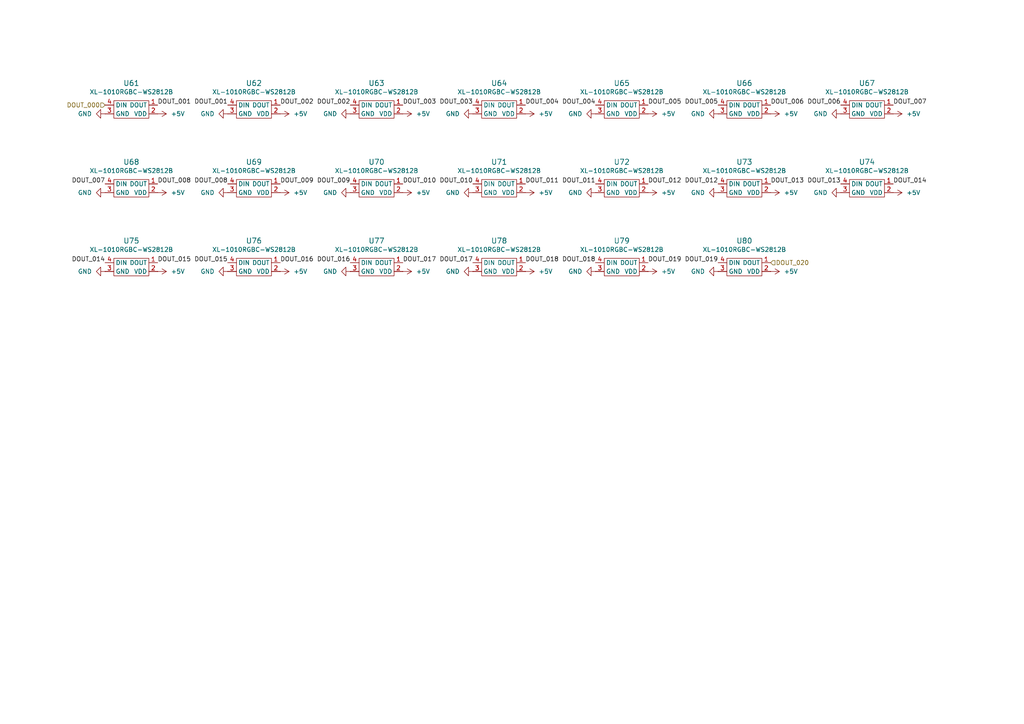
<source format=kicad_sch>
(kicad_sch (version 20250114) (generator "eeschema") (generator_version "9.0")
  (paper "A4")
  (lib_symbols
    (symbol "SK6805-EC10-000:SK6805_EC10-000"
      (property "Reference" "U" (at -2.54 3.556 0))
      (property "Value" "XL-1010RGBC-WS2812B" (at 1.016 -3.81 0))
      (symbol "SK6805_EC10-000_1_1"
        (rectangle (start -5.08 2.54) (end 5.08 -2.54))
        (pin passive line (at -7.62 1.27 0) (length 2.54) (name "DIN") (number "4"))
        (pin passive line (at -7.62 -1.27 0) (length 2.54) (name "GND") (number "3"))
        (pin passive line (at 7.62 1.27 180) (length 2.54) (name "DOUT") (number "1"))
        (pin passive line (at 7.62 -1.27 180) (length 2.54) (name "VDD") (number "2"))
      )
    )
    (symbol "power:+5V" (power) (pin_numbers (hide yes)) (pin_names (offset 0) (hide yes))
      (property "Value" "+5V" (at 0 3.556 0))
      (symbol "+5V_0_1"
        (polyline (pts (xy -0.762 1.27) (xy 0 2.54)))
        (polyline (pts (xy 0 2.54) (xy 0.762 1.27)))
        (polyline (pts (xy 0 0) (xy 0 2.54)))
      )
      (symbol "+5V_1_1"
        (pin power_in line (at 0 0 90) (length 0) (name "~") (number "1"))
      )
    )
    (symbol "power:GND" (power) (pin_numbers (hide yes)) (pin_names (offset 0) (hide yes))
      (property "Value" "GND" (at 0 -3.81 0))
      (symbol "GND_0_1"
        (polyline (pts (xy 0 0) (xy 0 -1.27) (xy 1.27 -1.27) (xy 0 -2.54) (xy -1.27 -1.27) (xy 0 -1.27)))
      )
      (symbol "GND_1_1"
        (pin power_in line (at 0 0 270) (length 0) (name "~") (number "1"))
      )
    )
  )
  (label "DOUT_003" (at 137.16 30.48 180))
  (label "DOUT_015" (at 66.04 76.2 180))
  (label "DOUT_002" (at 101.6 30.48 180))
  (label "DOUT_012" (at 208.28 53.34 180))
  (label "DOUT_010" (at 137.16 53.34 180))
  (label "DOUT_007" (at 30.48 53.34 180))
  (label "DOUT_016" (at 81.28 76.2 0))
  (label "DOUT_019" (at 208.28 76.2 180))
  (label "DOUT_009" (at 101.6 53.34 180))
  (label "DOUT_005" (at 208.28 30.48 180))
  (label "DOUT_011" (at 172.72 53.34 180))
  (label "DOUT_006" (at 243.84 30.48 180))
  (label "DOUT_004" (at 152.4 30.48 0))
  (label "DOUT_018" (at 172.72 76.2 180))
  (label "DOUT_017" (at 116.84 76.2 0))
  (label "DOUT_012" (at 187.96 53.34 0))
  (label "DOUT_013" (at 243.84 53.34 180))
  (label "DOUT_014" (at 30.48 76.2 180))
  (label "DOUT_019" (at 187.96 76.2 0))
  (label "DOUT_016" (at 101.6 76.2 180))
  (label "DOUT_007" (at 259.08 30.48 0))
  (label "DOUT_014" (at 259.08 53.34 0))
  (label "DOUT_010" (at 116.84 53.34 0))
  (label "DOUT_011" (at 152.4 53.34 0))
  (label "DOUT_003" (at 116.84 30.48 0))
  (label "DOUT_013" (at 223.52 53.34 0))
  (label "DOUT_018" (at 152.4 76.2 0))
  (label "DOUT_005" (at 187.96 30.48 0))
  (label "DOUT_001" (at 66.04 30.48 180))
  (label "DOUT_002" (at 81.28 30.48 0))
  (label "DOUT_008" (at 66.04 53.34 180))
  (label "DOUT_015" (at 45.72 76.2 0))
  (label "DOUT_006" (at 223.52 30.48 0))
  (label "DOUT_009" (at 81.28 53.34 0))
  (label "DOUT_008" (at 45.72 53.34 0))
  (label "DOUT_004" (at 172.72 30.48 180))
  (label "DOUT_001" (at 45.72 30.48 0))
  (label "DOUT_017" (at 137.16 76.2 180))
  (hierarchical_label "DOUT_000" (shape input) (at 30.48 30.48 180))
  (hierarchical_label "DOUT_020" (shape input) (at 223.52 76.2 0))
  (symbol (lib_id "power:+5V") (at 45.72 33.02 270) (unit 1)
    (property "Reference" "#PWR250" (effects (hide yes)))
    (property "Value" "+5V" (at 49.53 33.0201 90) (effects (justify left)))
    (property "Description" "Power symbol creates a global label with name \"+5V\"" (effects (hide yes)))
  )
  (symbol (lib_id "power:+5V") (at 187.96 33.02 270) (unit 1)
    (property "Reference" "#PWR298" (effects (hide yes)))
    (property "Value" "+5V" (at 191.77 33.0201 90) (effects (justify left)))
    (property "Description" "Power symbol creates a global label with name \"+5V\"" (effects (hide yes)))
  )
  (symbol (lib_id "power:+5V") (at 116.84 78.74 270) (unit 1)
    (property "Reference" "#PWR276" (effects (hide yes)))
    (property "Value" "+5V" (at 120.65 78.7401 90) (effects (justify left)))
    (property "Description" "Power symbol creates a global label with name \"+5V\"" (effects (hide yes)))
  )
  (symbol (lib_id "power:GND") (at 66.04 55.88 270) (unit 1)
    (property "Reference" "#PWR254" (effects (hide yes)))
    (property "Value" "GND" (at 62.23 55.8799 90) (effects (justify right)))
    (property "Description" "Power symbol creates a global label with name \"GND\" , ground" (effects (hide yes)))
  )
  (symbol (lib_id "SK6805-EC10-000:SK6805_EC10-000") (at 73.66 77.47 0) (unit 1)
    (property "Reference" "U76" (at 73.66 69.85 0) (effects (font (size 1.524 1.524))))
    (property "Value" "XL-1010RGBC-WS2812B" (at 73.66 72.39 0))
    (property "Footprint" "SK6805-EC10-000:SMD-4P,1.1x1.1mm" (effects (hide yes)))
    (property "Datasheet" "4492" (effects (hide yes)))
    (property "LCSC" "C5349953" (effects (hide yes)))
  )
  (symbol (lib_id "SK6805-EC10-000:SK6805_EC10-000") (at 38.1 77.47 0) (unit 1)
    (property "Reference" "U75" (at 38.1 69.85 0) (effects (font (size 1.524 1.524))))
    (property "Value" "XL-1010RGBC-WS2812B" (at 38.1 72.39 0))
    (property "Footprint" "SK6805-EC10-000:SMD-4P,1.1x1.1mm" (effects (hide yes)))
    (property "Datasheet" "4492" (effects (hide yes)))
    (property "LCSC" "C5349953" (effects (hide yes)))
  )
  (symbol (lib_id "power:GND") (at 137.16 78.74 270) (unit 1)
    (property "Reference" "#PWR279" (effects (hide yes)))
    (property "Value" "GND" (at 133.35 78.7399 90) (effects (justify right)))
    (property "Description" "Power symbol creates a global label with name \"GND\" , ground" (effects (hide yes)))
  )
  (symbol (lib_id "SK6805-EC10-000:SK6805_EC10-000") (at 180.34 54.61 0) (unit 1)
    (property "Reference" "U72" (at 180.34 46.99 0) (effects (font (size 1.524 1.524))))
    (property "Value" "XL-1010RGBC-WS2812B" (at 180.34 49.53 0))
    (property "Footprint" "SK6805-EC10-000:SMD-4P,1.1x1.1mm" (effects (hide yes)))
    (property "Datasheet" "4492" (effects (hide yes)))
    (property "LCSC" "C5349953" (effects (hide yes)))
  )
  (symbol (lib_id "power:GND") (at 101.6 55.88 270) (unit 1)
    (property "Reference" "#PWR266" (effects (hide yes)))
    (property "Value" "GND" (at 97.79 55.8799 90) (effects (justify right)))
    (property "Description" "Power symbol creates a global label with name \"GND\" , ground" (effects (hide yes)))
  )
  (symbol (lib_id "power:GND") (at 243.84 33.02 270) (unit 1)
    (property "Reference" "#PWR313" (effects (hide yes)))
    (property "Value" "GND" (at 240.03 33.0199 90) (effects (justify right)))
    (property "Description" "Power symbol creates a global label with name \"GND\" , ground" (effects (hide yes)))
  )
  (symbol (lib_id "power:+5V") (at 45.72 55.88 270) (unit 1)
    (property "Reference" "#PWR251" (effects (hide yes)))
    (property "Value" "+5V" (at 49.53 55.8801 90) (effects (justify left)))
    (property "Description" "Power symbol creates a global label with name \"+5V\"" (effects (hide yes)))
  )
  (symbol (lib_id "SK6805-EC10-000:SK6805_EC10-000") (at 144.78 77.47 0) (unit 1)
    (property "Reference" "U78" (at 144.78 69.85 0) (effects (font (size 1.524 1.524))))
    (property "Value" "XL-1010RGBC-WS2812B" (at 144.78 72.39 0))
    (property "Footprint" "SK6805-EC10-000:SMD-4P,1.1x1.1mm" (effects (hide yes)))
    (property "Datasheet" "4492" (effects (hide yes)))
    (property "LCSC" "C5349953" (effects (hide yes)))
  )
  (symbol (lib_id "power:+5V") (at 116.84 55.88 270) (unit 1)
    (property "Reference" "#PWR275" (effects (hide yes)))
    (property "Value" "+5V" (at 120.65 55.8801 90) (effects (justify left)))
    (property "Description" "Power symbol creates a global label with name \"+5V\"" (effects (hide yes)))
  )
  (symbol (lib_id "SK6805-EC10-000:SK6805_EC10-000") (at 73.66 31.75 0) (unit 1)
    (property "Reference" "U62" (at 73.66 24.13 0) (effects (font (size 1.524 1.524))))
    (property "Value" "XL-1010RGBC-WS2812B" (at 73.66 26.67 0))
    (property "Footprint" "SK6805-EC10-000:SMD-4P,1.1x1.1mm" (effects (hide yes)))
    (property "Datasheet" "4492" (effects (hide yes)))
    (property "LCSC" "C5349953" (effects (hide yes)))
  )
  (symbol (lib_id "power:+5V") (at 45.72 78.74 270) (unit 1)
    (property "Reference" "#PWR252" (effects (hide yes)))
    (property "Value" "+5V" (at 49.53 78.7401 90) (effects (justify left)))
    (property "Description" "Power symbol creates a global label with name \"+5V\"" (effects (hide yes)))
  )
  (symbol (lib_id "power:+5V") (at 223.52 78.74 270) (unit 1)
    (property "Reference" "#PWR312" (effects (hide yes)))
    (property "Value" "+5V" (at 227.33 78.7401 90) (effects (justify left)))
    (property "Description" "Power symbol creates a global label with name \"+5V\"" (effects (hide yes)))
  )
  (symbol (lib_id "SK6805-EC10-000:SK6805_EC10-000") (at 109.22 31.75 0) (unit 1)
    (property "Reference" "U63" (at 109.22 24.13 0) (effects (font (size 1.524 1.524))))
    (property "Value" "XL-1010RGBC-WS2812B" (at 109.22 26.67 0))
    (property "Footprint" "SK6805-EC10-000:SMD-4P,1.1x1.1mm" (effects (hide yes)))
    (property "Datasheet" "4492" (effects (hide yes)))
    (property "LCSC" "C5349953" (effects (hide yes)))
  )
  (symbol (lib_id "power:GND") (at 208.28 78.74 270) (unit 1)
    (property "Reference" "#PWR303" (effects (hide yes)))
    (property "Value" "GND" (at 204.47 78.7399 90) (effects (justify right)))
    (property "Description" "Power symbol creates a global label with name \"GND\" , ground" (effects (hide yes)))
  )
  (symbol (lib_id "SK6805-EC10-000:SK6805_EC10-000") (at 215.9 31.75 0) (unit 1)
    (property "Reference" "U66" (at 215.9 24.13 0) (effects (font (size 1.524 1.524))))
    (property "Value" "XL-1010RGBC-WS2812B" (at 215.9 26.67 0))
    (property "Footprint" "SK6805-EC10-000:SMD-4P,1.1x1.1mm" (effects (hide yes)))
    (property "Datasheet" "4492" (effects (hide yes)))
    (property "LCSC" "C5349953" (effects (hide yes)))
  )
  (symbol (lib_id "power:GND") (at 208.28 33.02 270) (unit 1)
    (property "Reference" "#PWR301" (effects (hide yes)))
    (property "Value" "GND" (at 204.47 33.0199 90) (effects (justify right)))
    (property "Description" "Power symbol creates a global label with name \"GND\" , ground" (effects (hide yes)))
  )
  (symbol (lib_id "power:+5V") (at 81.28 78.74 270) (unit 1)
    (property "Reference" "#PWR264" (effects (hide yes)))
    (property "Value" "+5V" (at 85.09 78.7401 90) (effects (justify left)))
    (property "Description" "Power symbol creates a global label with name \"+5V\"" (effects (hide yes)))
  )
  (symbol (lib_id "power:GND") (at 243.84 55.88 270) (unit 1)
    (property "Reference" "#PWR314" (effects (hide yes)))
    (property "Value" "GND" (at 240.03 55.8799 90) (effects (justify right)))
    (property "Description" "Power symbol creates a global label with name \"GND\" , ground" (effects (hide yes)))
  )
  (symbol (lib_id "SK6805-EC10-000:SK6805_EC10-000") (at 109.22 77.47 0) (unit 1)
    (property "Reference" "U77" (at 109.22 69.85 0) (effects (font (size 1.524 1.524))))
    (property "Value" "XL-1010RGBC-WS2812B" (at 109.22 72.39 0))
    (property "Footprint" "SK6805-EC10-000:SMD-4P,1.1x1.1mm" (effects (hide yes)))
    (property "Datasheet" "4492" (effects (hide yes)))
    (property "LCSC" "C5349953" (effects (hide yes)))
  )
  (symbol (lib_id "power:GND") (at 101.6 78.74 270) (unit 1)
    (property "Reference" "#PWR267" (effects (hide yes)))
    (property "Value" "GND" (at 97.79 78.7399 90) (effects (justify right)))
    (property "Description" "Power symbol creates a global label with name \"GND\" , ground" (effects (hide yes)))
  )
  (symbol (lib_id "SK6805-EC10-000:SK6805_EC10-000") (at 109.22 54.61 0) (unit 1)
    (property "Reference" "U70" (at 109.22 46.99 0) (effects (font (size 1.524 1.524))))
    (property "Value" "XL-1010RGBC-WS2812B" (at 109.22 49.53 0))
    (property "Footprint" "SK6805-EC10-000:SMD-4P,1.1x1.1mm" (effects (hide yes)))
    (property "Datasheet" "4492" (effects (hide yes)))
    (property "LCSC" "C5349953" (effects (hide yes)))
  )
  (symbol (lib_id "power:GND") (at 137.16 55.88 270) (unit 1)
    (property "Reference" "#PWR278" (effects (hide yes)))
    (property "Value" "GND" (at 133.35 55.8799 90) (effects (justify right)))
    (property "Description" "Power symbol creates a global label with name \"GND\" , ground" (effects (hide yes)))
  )
  (symbol (lib_id "SK6805-EC10-000:SK6805_EC10-000") (at 144.78 54.61 0) (unit 1)
    (property "Reference" "U71" (at 144.78 46.99 0) (effects (font (size 1.524 1.524))))
    (property "Value" "XL-1010RGBC-WS2812B" (at 144.78 49.53 0))
    (property "Footprint" "SK6805-EC10-000:SMD-4P,1.1x1.1mm" (effects (hide yes)))
    (property "Datasheet" "4492" (effects (hide yes)))
    (property "LCSC" "C5349953" (effects (hide yes)))
  )
  (symbol (lib_id "SK6805-EC10-000:SK6805_EC10-000") (at 144.78 31.75 0) (unit 1)
    (property "Reference" "U64" (at 144.78 24.13 0) (effects (font (size 1.524 1.524))))
    (property "Value" "XL-1010RGBC-WS2812B" (at 144.78 26.67 0))
    (property "Footprint" "SK6805-EC10-000:SMD-4P,1.1x1.1mm" (effects (hide yes)))
    (property "Datasheet" "4492" (effects (hide yes)))
    (property "LCSC" "C5349953" (effects (hide yes)))
  )
  (symbol (lib_id "power:+5V") (at 152.4 55.88 270) (unit 1)
    (property "Reference" "#PWR287" (effects (hide yes)))
    (property "Value" "+5V" (at 156.21 55.8801 90) (effects (justify left)))
    (property "Description" "Power symbol creates a global label with name \"+5V\"" (effects (hide yes)))
  )
  (symbol (lib_id "power:GND") (at 172.72 33.02 270) (unit 1)
    (property "Reference" "#PWR289" (effects (hide yes)))
    (property "Value" "GND" (at 168.91 33.0199 90) (effects (justify right)))
    (property "Description" "Power symbol creates a global label with name \"GND\" , ground" (effects (hide yes)))
  )
  (symbol (lib_id "power:GND") (at 172.72 55.88 270) (unit 1)
    (property "Reference" "#PWR290" (effects (hide yes)))
    (property "Value" "GND" (at 168.91 55.8799 90) (effects (justify right)))
    (property "Description" "Power symbol creates a global label with name \"GND\" , ground" (effects (hide yes)))
  )
  (symbol (lib_id "SK6805-EC10-000:SK6805_EC10-000") (at 38.1 54.61 0) (unit 1)
    (property "Reference" "U68" (at 38.1 46.99 0) (effects (font (size 1.524 1.524))))
    (property "Value" "XL-1010RGBC-WS2812B" (at 38.1 49.53 0))
    (property "Footprint" "SK6805-EC10-000:SMD-4P,1.1x1.1mm" (effects (hide yes)))
    (property "Datasheet" "4492" (effects (hide yes)))
    (property "LCSC" "C5349953" (effects (hide yes)))
  )
  (symbol (lib_id "SK6805-EC10-000:SK6805_EC10-000") (at 73.66 54.61 0) (unit 1)
    (property "Reference" "U69" (at 73.66 46.99 0) (effects (font (size 1.524 1.524))))
    (property "Value" "XL-1010RGBC-WS2812B" (at 73.66 49.53 0))
    (property "Footprint" "SK6805-EC10-000:SMD-4P,1.1x1.1mm" (effects (hide yes)))
    (property "Datasheet" "4492" (effects (hide yes)))
    (property "LCSC" "C5349953" (effects (hide yes)))
  )
  (symbol (lib_id "SK6805-EC10-000:SK6805_EC10-000") (at 38.1 31.75 0) (unit 1)
    (property "Reference" "U61" (at 38.1 24.13 0) (effects (font (size 1.524 1.524))))
    (property "Value" "XL-1010RGBC-WS2812B" (at 38.1 26.67 0))
    (property "Footprint" "SK6805-EC10-000:SMD-4P,1.1x1.1mm" (effects (hide yes)))
    (property "Datasheet" "4492" (effects (hide yes)))
    (property "LCSC" "C5349953" (effects (hide yes)))
  )
  (symbol (lib_id "power:+5V") (at 116.84 33.02 270) (unit 1)
    (property "Reference" "#PWR274" (effects (hide yes)))
    (property "Value" "+5V" (at 120.65 33.0201 90) (effects (justify left)))
    (property "Description" "Power symbol creates a global label with name \"+5V\"" (effects (hide yes)))
  )
  (symbol (lib_id "power:+5V") (at 187.96 55.88 270) (unit 1)
    (property "Reference" "#PWR299" (effects (hide yes)))
    (property "Value" "+5V" (at 191.77 55.8801 90) (effects (justify left)))
    (property "Description" "Power symbol creates a global label with name \"+5V\"" (effects (hide yes)))
  )
  (symbol (lib_id "power:GND") (at 30.48 33.02 270) (unit 1)
    (property "Reference" "#PWR241" (effects (hide yes)))
    (property "Value" "GND" (at 26.67 33.0199 90) (effects (justify right)))
    (property "Description" "Power symbol creates a global label with name \"GND\" , ground" (effects (hide yes)))
  )
  (symbol (lib_id "power:GND") (at 101.6 33.02 270) (unit 1)
    (property "Reference" "#PWR265" (effects (hide yes)))
    (property "Value" "GND" (at 97.79 33.0199 90) (effects (justify right)))
    (property "Description" "Power symbol creates a global label with name \"GND\" , ground" (effects (hide yes)))
  )
  (symbol (lib_id "power:+5V") (at 152.4 33.02 270) (unit 1)
    (property "Reference" "#PWR286" (effects (hide yes)))
    (property "Value" "+5V" (at 156.21 33.0201 90) (effects (justify left)))
    (property "Description" "Power symbol creates a global label with name \"+5V\"" (effects (hide yes)))
  )
  (symbol (lib_id "SK6805-EC10-000:SK6805_EC10-000") (at 251.46 54.61 0) (unit 1)
    (property "Reference" "U74" (at 251.46 46.99 0) (effects (font (size 1.524 1.524))))
    (property "Value" "XL-1010RGBC-WS2812B" (at 251.46 49.53 0))
    (property "Footprint" "SK6805-EC10-000:SMD-4P,1.1x1.1mm" (effects (hide yes)))
    (property "Datasheet" "4492" (effects (hide yes)))
    (property "LCSC" "C5349953" (effects (hide yes)))
  )
  (symbol (lib_id "power:GND") (at 137.16 33.02 270) (unit 1)
    (property "Reference" "#PWR277" (effects (hide yes)))
    (property "Value" "GND" (at 133.35 33.0199 90) (effects (justify right)))
    (property "Description" "Power symbol creates a global label with name \"GND\" , ground" (effects (hide yes)))
  )
  (symbol (lib_id "power:+5V") (at 223.52 55.88 270) (unit 1)
    (property "Reference" "#PWR311" (effects (hide yes)))
    (property "Value" "+5V" (at 227.33 55.8801 90) (effects (justify left)))
    (property "Description" "Power symbol creates a global label with name \"+5V\"" (effects (hide yes)))
  )
  (symbol (lib_id "power:+5V") (at 81.28 55.88 270) (unit 1)
    (property "Reference" "#PWR263" (effects (hide yes)))
    (property "Value" "+5V" (at 85.09 55.8801 90) (effects (justify left)))
    (property "Description" "Power symbol creates a global label with name \"+5V\"" (effects (hide yes)))
  )
  (symbol (lib_id "power:GND") (at 208.28 55.88 270) (unit 1)
    (property "Reference" "#PWR302" (effects (hide yes)))
    (property "Value" "GND" (at 204.47 55.8799 90) (effects (justify right)))
    (property "Description" "Power symbol creates a global label with name \"GND\" , ground" (effects (hide yes)))
  )
  (symbol (lib_id "power:+5V") (at 152.4 78.74 270) (unit 1)
    (property "Reference" "#PWR288" (effects (hide yes)))
    (property "Value" "+5V" (at 156.21 78.7401 90) (effects (justify left)))
    (property "Description" "Power symbol creates a global label with name \"+5V\"" (effects (hide yes)))
  )
  (symbol (lib_id "SK6805-EC10-000:SK6805_EC10-000") (at 180.34 77.47 0) (unit 1)
    (property "Reference" "U79" (at 180.34 69.85 0) (effects (font (size 1.524 1.524))))
    (property "Value" "XL-1010RGBC-WS2812B" (at 180.34 72.39 0))
    (property "Footprint" "SK6805-EC10-000:SMD-4P,1.1x1.1mm" (effects (hide yes)))
    (property "Datasheet" "4492" (effects (hide yes)))
    (property "LCSC" "C5349953" (effects (hide yes)))
  )
  (symbol (lib_id "power:GND") (at 66.04 33.02 270) (unit 1)
    (property "Reference" "#PWR253" (effects (hide yes)))
    (property "Value" "GND" (at 62.23 33.0199 90) (effects (justify right)))
    (property "Description" "Power symbol creates a global label with name \"GND\" , ground" (effects (hide yes)))
  )
  (symbol (lib_id "power:+5V") (at 259.08 55.88 270) (unit 1)
    (property "Reference" "#PWR320" (effects (hide yes)))
    (property "Value" "+5V" (at 262.89 55.8801 90) (effects (justify left)))
    (property "Description" "Power symbol creates a global label with name \"+5V\"" (effects (hide yes)))
  )
  (symbol (lib_id "SK6805-EC10-000:SK6805_EC10-000") (at 180.34 31.75 0) (unit 1)
    (property "Reference" "U65" (at 180.34 24.13 0) (effects (font (size 1.524 1.524))))
    (property "Value" "XL-1010RGBC-WS2812B" (at 180.34 26.67 0))
    (property "Footprint" "SK6805-EC10-000:SMD-4P,1.1x1.1mm" (effects (hide yes)))
    (property "Datasheet" "4492" (effects (hide yes)))
    (property "LCSC" "C5349953" (effects (hide yes)))
  )
  (symbol (lib_id "SK6805-EC10-000:SK6805_EC10-000") (at 215.9 54.61 0) (unit 1)
    (property "Reference" "U73" (at 215.9 46.99 0) (effects (font (size 1.524 1.524))))
    (property "Value" "XL-1010RGBC-WS2812B" (at 215.9 49.53 0))
    (property "Footprint" "SK6805-EC10-000:SMD-4P,1.1x1.1mm" (effects (hide yes)))
    (property "Datasheet" "4492" (effects (hide yes)))
    (property "LCSC" "C5349953" (effects (hide yes)))
  )
  (symbol (lib_id "power:+5V") (at 81.28 33.02 270) (unit 1)
    (property "Reference" "#PWR262" (effects (hide yes)))
    (property "Value" "+5V" (at 85.09 33.0201 90) (effects (justify left)))
    (property "Description" "Power symbol creates a global label with name \"+5V\"" (effects (hide yes)))
  )
  (symbol (lib_id "SK6805-EC10-000:SK6805_EC10-000") (at 215.9 77.47 0) (unit 1)
    (property "Reference" "U80" (at 215.9 69.85 0) (effects (font (size 1.524 1.524))))
    (property "Value" "XL-1010RGBC-WS2812B" (at 215.9 72.39 0))
    (property "Footprint" "SK6805-EC10-000:SMD-4P,1.1x1.1mm" (effects (hide yes)))
    (property "Datasheet" "4492" (effects (hide yes)))
    (property "LCSC" "C5349953" (effects (hide yes)))
  )
  (symbol (lib_id "SK6805-EC10-000:SK6805_EC10-000") (at 251.46 31.75 0) (unit 1)
    (property "Reference" "U67" (at 251.46 24.13 0) (effects (font (size 1.524 1.524))))
    (property "Value" "XL-1010RGBC-WS2812B" (at 251.46 26.67 0))
    (property "Footprint" "SK6805-EC10-000:SMD-4P,1.1x1.1mm" (effects (hide yes)))
    (property "Datasheet" "4492" (effects (hide yes)))
    (property "LCSC" "C5349953" (effects (hide yes)))
  )
  (symbol (lib_id "power:GND") (at 172.72 78.74 270) (unit 1)
    (property "Reference" "#PWR291" (effects (hide yes)))
    (property "Value" "GND" (at 168.91 78.7399 90) (effects (justify right)))
    (property "Description" "Power symbol creates a global label with name \"GND\" , ground" (effects (hide yes)))
  )
  (symbol (lib_id "power:GND") (at 30.48 78.74 270) (unit 1)
    (property "Reference" "#PWR243" (effects (hide yes)))
    (property "Value" "GND" (at 26.67 78.7399 90) (effects (justify right)))
    (property "Description" "Power symbol creates a global label with name \"GND\" , ground" (effects (hide yes)))
  )
  (symbol (lib_id "power:GND") (at 30.48 55.88 270) (unit 1)
    (property "Reference" "#PWR242" (effects (hide yes)))
    (property "Value" "GND" (at 26.67 55.8799 90) (effects (justify right)))
    (property "Description" "Power symbol creates a global label with name \"GND\" , ground" (effects (hide yes)))
  )
  (symbol (lib_id "power:+5V") (at 187.96 78.74 270) (unit 1)
    (property "Reference" "#PWR300" (effects (hide yes)))
    (property "Value" "+5V" (at 191.77 78.7401 90) (effects (justify left)))
    (property "Description" "Power symbol creates a global label with name \"+5V\"" (effects (hide yes)))
  )
  (symbol (lib_id "power:+5V") (at 223.52 33.02 270) (unit 1)
    (property "Reference" "#PWR310" (effects (hide yes)))
    (property "Value" "+5V" (at 227.33 33.0201 90) (effects (justify left)))
    (property "Description" "Power symbol creates a global label with name \"+5V\"" (effects (hide yes)))
  )
  (symbol (lib_id "power:GND") (at 66.04 78.74 270) (unit 1)
    (property "Reference" "#PWR255" (effects (hide yes)))
    (property "Value" "GND" (at 62.23 78.7399 90) (effects (justify right)))
    (property "Description" "Power symbol creates a global label with name \"GND\" , ground" (effects (hide yes)))
  )
  (symbol (lib_id "power:+5V") (at 259.08 33.02 270) (unit 1)
    (property "Reference" "#PWR319" (effects (hide yes)))
    (property "Value" "+5V" (at 262.89 33.0201 90) (effects (justify left)))
    (property "Description" "Power symbol creates a global label with name \"+5V\"" (effects (hide yes)))
  )
)
</source>
